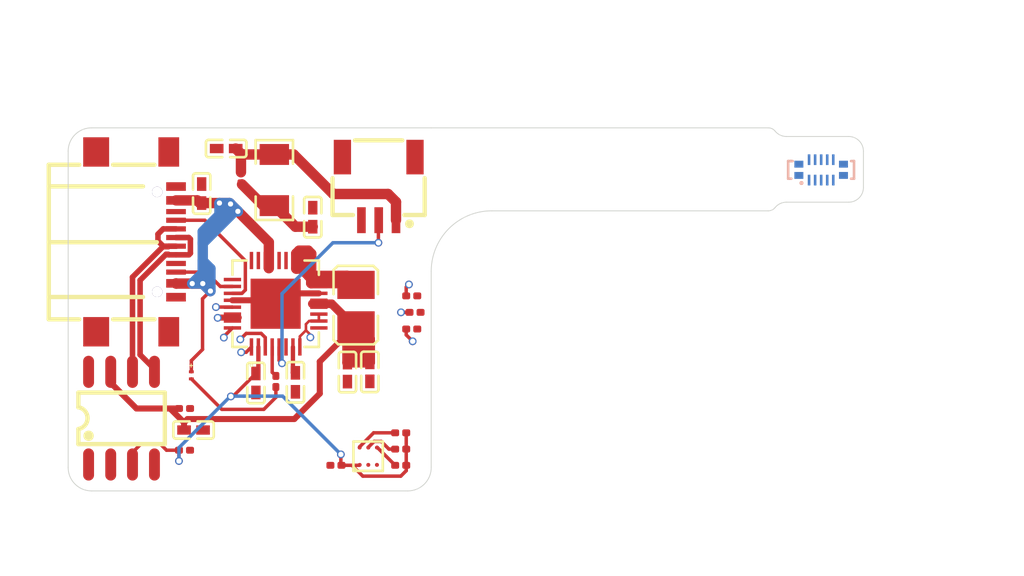
<source format=kicad_pcb>
(kicad_pcb (version 20241229) (generator "pcbnew") (generator_version "9.0")
  (layers (0 "F.Cu" signal) (2 "B.Cu" signal) (13 "F.Paste" user) (15 "B.Paste" user) (5 "F.SilkS" user "F.Silkscreen") (7 "B.SilkS" user "B.Silkscreen") (1 "F.Mask" user) (3 "B.Mask" user) (25 "Edge.Cuts" user))
  (net 0 "")
  (net 1 "+1V8")
  (net 2 "VLOAD")
  (net 3 "VBUS")
  (net 4 "BAT_VCC")
  (net 5 "Net-(U2-BATSENSP)")
  (net 6 "Net-(L1-Pad2)")
  (net 7 "Net-(LED1-K)")
  (net 8 "Net-(U2-CHGLED)")
  (net 9 "USB_DP")
  (net 11 "USB_DN")
  (net 12 "RX")
  (net 13 "TX")
  (net 14 "CHG_SDA")
  (net 17 "BAT_TS")
  (net 18 "CHG_IRQ")
  (net 19 "CC1")
  (net 20 "CC2")
  (net 22 "CHG_SCL")
  (net 26 "CHG_OTG")
  (net 27 "GND")
  (net 28 "HTS_SDA")
  (net 29 "HTS_SCL")
  (net 30 "HTS_IRQ")
  (net 31 "CHG_PG")
  (footprint "Resistor_SMD:R_0201_0603Metric" (layer "F.Cu") (at 145.7579 46.7081 90)
    (property "Reference" "R1" (hide yes))
    (property "Value" "CRCW02014K70FKED")
    (pad "1" smd roundrect (at -0.32 0 90) (size 0.46 0.4) (layers "F.Cu" "F.Mask") (net 7 "Net-(LED1-K)"))
    (pad "2" smd roundrect (at 0.32 0 90) (size 0.46 0.4) (layers "F.Cu" "F.Mask") (net 8 "Net-(U2-CHGLED)"))
  )
  (footprint "easyeda2kicad:DSBGA-6_L1.5-W1.5-P0.50-BL" (layer "F.Cu") (at 151.1046 51.0333)
    (property "Reference" "U4" (hide yes))
    (property "Value" "HDC2010YPAR")
    (pad "A1" smd circle (at -0.5 0.5 90) (size 0.23 0.23) (layers "F.Cu" "F.Mask" "F.Paste") (net 1 "+1V8"))
    (pad "A2" smd circle (at -0.5 -0.5 90) (size 0.23 0.23) (layers "F.Cu" "F.Mask" "F.Paste") (net 28 "HTS_SDA"))
    (pad "B1" smd circle (at 0 0.5 90) (size 0.23 0.23) (layers "F.Cu" "F.Mask" "F.Paste") (net 27 "GND"))
    (pad "B2" smd circle (at 0 -0.5 90) (size 0.23 0.23) (layers "F.Cu" "F.Mask" "F.Paste") (net 29 "HTS_SCL"))
    (pad "C1" smd circle (at 0.5 0.5 90) (size 0.23 0.23) (layers "F.Cu" "F.Mask" "F.Paste") (net 27 "GND"))
    (pad "C2" smd circle (at 0.5 -0.5 90) (size 0.23 0.23) (layers "F.Cu" "F.Mask" "F.Paste") (net 30 "HTS_IRQ"))
  )
  (footprint "Capacitor_SMD:C_0201_0603Metric" (layer "F.Cu") (at 140.4745 48.2725 180)
    (property "Reference" "C7" (hide yes))
    (property "Value" "CL03A105MQ3CSNH")
    (pad "1" smd roundrect (at -0.32 0 180) (size 0.46 0.4) (layers "F.Cu" "F.Mask") (net 27 "GND"))
    (pad "2" smd roundrect (at 0.32 0 180) (size 0.46 0.4) (layers "F.Cu" "F.Mask") (net 2 "VLOAD"))
  )
  (footprint "easyeda2kicad:C0402" (layer "F.Cu") (at 144.6022 46.7956 -90)
    (property "Reference" "C4" (hide yes))
    (property "Value" "CL05A106MP5NUNC_C315248")
    (pad "1" smd rect (at -0.55 0 270) (size 0.79 0.54) (layers "F.Cu" "F.Mask" "F.Paste") (net 1 "+1V8"))
    (pad "2" smd rect (at 0.55 0 270) (size 0.79 0.54) (layers "F.Cu" "F.Mask" "F.Paste") (net 27 "GND"))
  )
  (footprint "easyeda2kicad:C0402" (layer "F.Cu") (at 151.1935 46.1534 90)
    (property "Reference" "C1" (hide yes))
    (property "Value" "GRM155R60J226ME11D")
    (pad "1" smd rect (at -0.55 0 90) (size 0.79 0.54) (layers "F.Cu" "F.Mask" "F.Paste") (net 27 "GND"))
    (pad "2" smd rect (at 0.55 0 90) (size 0.79 0.54) (layers "F.Cu" "F.Mask" "F.Paste") (net 2 "VLOAD"))
  )
  (footprint "easyeda2kicad:C0402" (layer "F.Cu") (at 149.8981 46.1661 90)
    (property "Reference" "C2" (hide yes))
    (property "Value" "GRM155R60J226ME11D")
    (pad "1" smd rect (at -0.55 0 90) (size 0.79 0.54) (layers "F.Cu" "F.Mask" "F.Paste") (net 27 "GND"))
    (pad "2" smd rect (at 0.55 0 90) (size 0.79 0.54) (layers "F.Cu" "F.Mask" "F.Paste") (net 2 "VLOAD"))
  )
  (footprint "easyeda2kicad:CONN-SMD_3P-P1.0-HC-1.0-3PWT" (layer "F.Cu") (at 151.7065 35.5597 180)
    (property "Reference" "J1" (hide yes))
    (property "Value" "HC-1.0-3PWT")
    (pad "1" smd rect (at -1 -1.82 180) (size 0.5 1.5) (layers "F.Cu" "F.Mask" "F.Paste") (net 4 "BAT_VCC"))
    (pad "2" smd rect (at 0 -1.82 180) (size 0.5 1.5) (layers "F.Cu" "F.Mask" "F.Paste") (net 17 "BAT_TS"))
    (pad "3" smd rect (at 1 -1.82 180) (size 0.5 1.5) (layers "F.Cu" "F.Mask" "F.Paste") (net 27 "GND"))
    (pad "4" smd rect (at -2.1 1.83 180) (size 1 2) (layers "F.Cu" "F.Mask" "F.Paste") (net 27 "GND"))
    (pad "5" smd rect (at 2.1 1.83 180) (size 1 2) (layers "F.Cu" "F.Mask" "F.Paste") (net 27 "GND"))
  )
  (footprint "Resistor_SMD:R_0201_0603Metric" (layer "F.Cu") (at 153.6167 43.6753)
    (property "Reference" "R3" (hide yes))
    (property "Value" "CRCW02014K70FKED")
    (pad "1" smd roundrect (at -0.32 0) (size 0.46 0.4) (layers "F.Cu" "F.Mask") (net 14 "CHG_SDA"))
    (pad "2" smd roundrect (at 0.32 0) (size 0.46 0.4) (layers "F.Cu" "F.Mask") (net 1 "+1V8"))
  )
  (footprint "easyeda2kicad:SOP-8_L4.9-W3.9-P1.27-LS6.0-BL" (layer "F.Cu") (at 136.8348 48.8312)
    (property "Reference" "U1" (hide yes))
    (property "Value" "HT42B534-2")
    (pad "1" smd oval (at -1.91 2.68) (size 0.63 1.86) (layers "F.Cu" "F.Mask" "F.Paste") (net 27 "GND"))
    (pad "2" smd oval (at -0.63 2.68) (size 0.63 1.86) (layers "F.Cu" "F.Mask" "F.Paste") (net 13 "TX"))
    (pad "3" smd oval (at 0.63 2.68) (size 0.63 1.86) (layers "F.Cu" "F.Mask" "F.Paste") (net 1 "+1V8"))
    (pad "4" smd oval (at 1.9 2.68) (size 0.63 1.86) (layers "F.Cu" "F.Mask" "F.Paste") (net 12 "RX"))
    (pad "5" smd oval (at 1.9 -2.68) (size 0.63 1.86) (layers "F.Cu" "F.Mask" "F.Paste") (net 9 "USB_DP"))
    (pad "6" smd oval (at 0.63 -2.68) (size 0.63 1.86) (layers "F.Cu" "F.Mask" "F.Paste") (net 11 "USB_DN"))
    (pad "7" smd oval (at -0.63 -2.68) (size 0.63 1.86) (layers "F.Cu" "F.Mask" "F.Paste") (net 2 "VLOAD"))
    (pad "8" smd oval (at -1.91 -2.68) (size 0.63 1.86) (layers "F.Cu" "F.Mask" "F.Paste"))
  )
  (footprint "easyeda2kicad:C0402" (layer "F.Cu") (at 142.8838 33.2359 180)
    (property "Reference" "C11" (hide yes))
    (property "Value" "CL05A106MP5NUNC_C315248")
    (pad "1" smd rect (at -0.55 0 180) (size 0.79 0.54) (layers "F.Cu" "F.Mask" "F.Paste") (net 4 "BAT_VCC"))
    (pad "2" smd rect (at 0.55 0 180) (size 0.79 0.54) (layers "F.Cu" "F.Mask" "F.Paste") (net 27 "GND"))
  )
  (footprint "Capacitor_SMD:C_0201_0603Metric" (layer "F.Cu") (at 140.4722 50.6857 180)
    (property "Reference" "C6" (hide yes))
    (property "Value" "CL03A105MQ3CSNH")
    (pad "1" smd roundrect (at -0.32 0 180) (size 0.46 0.4) (layers "F.Cu" "F.Mask") (net 27 "GND"))
    (pad "2" smd roundrect (at 0.32 0 180) (size 0.46 0.4) (layers "F.Cu" "F.Mask") (net 1 "+1V8"))
  )
  (footprint "easyeda2kicad:C0402" (layer "F.Cu") (at 140.9966 49.5171 180)
    (property "Reference" "C5" (hide yes))
    (property "Value" "CL05A106MP5NUNC_C315248")
    (pad "1" smd rect (at -0.55 0 180) (size 0.79 0.54) (layers "F.Cu" "F.Mask" "F.Paste") (net 27 "GND"))
    (pad "2" smd rect (at 0.55 0 180) (size 0.79 0.54) (layers "F.Cu" "F.Mask" "F.Paste") (net 2 "VLOAD"))
  )
  (footprint "Resistor_SMD:R_0201_0603Metric" (layer "F.Cu") (at 152.9783 49.6791)
    (property "Reference" "R6" (hide yes))
    (property "Value" "CRCW02014K70FKED")
    (pad "1" smd roundrect (at -0.32 0) (size 0.46 0.4) (layers "F.Cu" "F.Mask") (net 28 "HTS_SDA"))
    (pad "2" smd roundrect (at 0.32 0) (size 0.46 0.4) (layers "F.Cu" "F.Mask") (net 1 "+1V8"))
  )
  (footprint "Resistor_SMD:R_0201_0603Metric" (layer "F.Cu") (at 153.8072 42.7101)
    (property "Reference" "R4" (hide yes))
    (property "Value" "CRCW02014K70FKED")
    (pad "1" smd roundrect (at -0.32 0) (size 0.46 0.4) (layers "F.Cu" "F.Mask") (net 22 "CHG_SCL"))
    (pad "2" smd roundrect (at 0.32 0) (size 0.46 0.4) (layers "F.Cu" "F.Mask") (net 1 "+1V8"))
  )
  (footprint "easyeda2kicad:USB-TYPE-C-SMD_TYPE-C-16P-QTWT" (layer "F.Cu") (at 137.6725 38.6334 -90)
    (property "Reference" "USB1" (hide yes))
    (property "Value" "TYPE-C 16P QTWT")
    (pad "" thru_hole circle (at -2.89 -1.22 270) (size 0.6 0.6) (drill 0.6) (layers "*.Cu" "*.Mask"))
    (pad "" thru_hole circle (at 2.89 -1.22 270) (size 0.6 0.6) (drill 0.6) (layers "*.Cu" "*.Mask"))
    (pad "0" smd rect (at -5.2 -1.89 270) (size 1.7 1.2) (layers "F.Cu" "F.Mask" "F.Paste") (net 27 "GND"))
    (pad "0" smd rect (at -5.2 2.31 270) (size 1.7 1.5) (layers "F.Cu" "F.Mask" "F.Paste") (net 27 "GND"))
    (pad "0" smd rect (at 5.2 -1.89 270) (size 1.7 1.2) (layers "F.Cu" "F.Mask" "F.Paste") (net 27 "GND"))
    (pad "0" smd rect (at 5.2 2.31 270) (size 1.7 1.5) (layers "F.Cu" "F.Mask" "F.Paste") (net 27 "GND"))
    (pad "A1" smd rect (at -3.2 -2.31 270) (size 0.5 1.14) (layers "F.Cu" "F.Mask" "F.Paste") (net 27 "GND"))
    (pad "A4" smd rect (at -2.4 -2.31 270) (size 0.5 1.14) (layers "F.Cu" "F.Mask" "F.Paste") (net 3 "VBUS"))
    (pad "A5" smd rect (at -1.25 -2.31 270) (size 0.3 1.14) (layers "F.Cu" "F.Mask" "F.Paste") (net 20 "CC2"))
    (pad "A6" smd rect (at -0.25 -2.31 270) (size 0.3 1.14) (layers "F.Cu" "F.Mask" "F.Paste") (net 9 "USB_DP"))
    (pad "A7" smd rect (at 0.25 -2.31 270) (size 0.3 1.14) (layers "F.Cu" "F.Mask" "F.Paste") (net 11 "USB_DN"))
    (pad "A8" smd rect (at 1.25 -2.31 270) (size 0.3 1.14) (layers "F.Cu" "F.Mask" "F.Paste"))
    (pad "A9" smd rect (at 2.4 -2.31 270) (size 0.5 1.14) (layers "F.Cu" "F.Mask" "F.Paste") (net 3 "VBUS"))
    (pad "A12" smd rect (at 3.2 -2.31 270) (size 0.5 1.14) (layers "F.Cu" "F.Mask" "F.Paste") (net 27 "GND"))
    (pad "B5" smd rect (at 1.75 -2.31 270) (size 0.3 1.14) (layers "F.Cu" "F.Mask" "F.Paste") (net 19 "CC1"))
    (pad "B6" smd rect (at 0.75 -2.31 270) (size 0.3 1.14) (layers "F.Cu" "F.Mask" "F.Paste") (net 9 "USB_DP"))
    (pad "B7" smd rect (at -0.75 -2.31 270) (size 0.3 1.14) (layers "F.Cu" "F.Mask" "F.Paste") (net 11 "USB_DN"))
    (pad "B8" smd rect (at -1.75 -2.31 270) (size 0.3 1.14) (layers "F.Cu" "F.Mask" "F.Paste"))
  )
  (footprint "Resistor_SMD:R_0201_0603Metric" (layer "F.Cu") (at 153.6167 41.7576)
    (property "Reference" "R5" (hide yes))
    (property "Value" "CRCW02014K70FKED")
    (pad "1" smd roundrect (at -0.32 0) (size 0.46 0.4) (layers "F.Cu" "F.Mask") (net 18 "CHG_IRQ"))
    (pad "2" smd roundrect (at 0.32 0) (size 0.46 0.4) (layers "F.Cu" "F.Mask") (net 1 "+1V8"))
  )
  (footprint "easyeda2kicad:C0402" (layer "F.Cu") (at 141.4653 35.8394 -90)
    (property "Reference" "C3" (hide yes))
    (property "Value" "CL05A106MP5NUNC_C315248")
    (pad "1" smd rect (at -0.55 0 270) (size 0.79 0.54) (layers "F.Cu" "F.Mask" "F.Paste") (net 27 "GND"))
    (pad "2" smd rect (at 0.55 0 270) (size 0.79 0.54) (layers "F.Cu" "F.Mask" "F.Paste") (net 3 "VBUS"))
  )
  (footprint "easyeda2kicad:C0402" (layer "F.Cu") (at 147.8915 37.2071 90)
    (property "Reference" "C10" (hide yes))
    (property "Value" "CL05A106MP5NUNC_C315248")
    (pad "1" smd rect (at -0.55 0 90) (size 0.79 0.54) (layers "F.Cu" "F.Mask" "F.Paste") (net 5 "Net-(U2-BATSENSP)"))
    (pad "2" smd rect (at 0.55 0 90) (size 0.79 0.54) (layers "F.Cu" "F.Mask" "F.Paste") (net 27 "GND"))
  )
  (footprint "easyeda2kicad:LED-SMD_L0.65-W0.35-P0.41_XL-0201SURC" (layer "F.Cu") (at 140.8684 46.3582 90)
    (property "Reference" "LED1" (hide yes))
    (property "Value" "XL-0201SURC")
    (pad "1" smd rect (at 0.21 0 180) (size 0.28 0.17) (layers "F.Cu" "F.Mask" "F.Paste") (net 3 "VBUS"))
    (pad "2" smd rect (at -0.2 0) (size 0.28 0.17) (layers "F.Cu" "F.Mask" "F.Paste") (net 7 "Net-(LED1-K)"))
  )
  (footprint "easyeda2kicad:L1008" (layer "F.Cu") (at 150.3934 42.2926 90)
    (property "Reference" "L1" (hide yes))
    (property "Value" "FTC252012S1R0MBCD")
    (pad "1" smd rect (at -1.17 0 90) (size 1.63 2.16) (layers "F.Cu" "F.Mask" "F.Paste") (net 2 "VLOAD"))
    (pad "2" smd rect (at 1.17 0 90) (size 1.63 2.16) (layers "F.Cu" "F.Mask" "F.Paste") (net 6 "Net-(L1-Pad2)"))
  )
  (footprint "easyeda2kicad:QFN-32_L5.0-W5.0-P0.40-TL-EP2.9" (layer "F.Cu") (at 145.7452 42.2125 90)
    (property "Reference" "U2" (hide yes))
    (property "Value" "AXP2585")
    (pad "1" smd rect (at -2.5 -1.4 90) (size 1 0.2) (layers "F.Cu" "F.Mask" "F.Paste") (net 14 "CHG_SDA"))
    (pad "2" smd rect (at -2.5 -1 90) (size 1 0.2) (layers "F.Cu" "F.Mask" "F.Paste") (net 1 "+1V8"))
    (pad "3" smd rect (at -2.5 -0.6 90) (size 1 0.2) (layers "F.Cu" "F.Mask" "F.Paste") (net 26 "CHG_OTG"))
    (pad "4" smd rect (at -2.5 -0.2 90) (size 1 0.2) (layers "F.Cu" "F.Mask" "F.Paste") (net 8 "Net-(U2-CHGLED)"))
    (pad "5" smd rect (at -2.5 0.2 90) (size 1 0.2) (layers "F.Cu" "F.Mask" "F.Paste") (net 17 "BAT_TS"))
    (pad "6" smd rect (at -2.5 0.6 90) (size 1 0.2) (layers "F.Cu" "F.Mask" "F.Paste"))
    (pad "7" smd rect (at -2.5 1 90) (size 1 0.2) (layers "F.Cu" "F.Mask" "F.Paste") (net 4 "BAT_VCC"))
    (pad "8" smd rect (at -2.5 1.4 90) (size 1 0.2) (layers "F.Cu" "F.Mask" "F.Paste") (net 5 "Net-(U2-BATSENSP)"))
    (pad "9" smd rect (at -1.4 2.5 90) (size 0.2 1) (layers "F.Cu" "F.Mask" "F.Paste") (net 27 "GND"))
    (pad "10" smd rect (at -1 2.5 90) (size 0.2 1) (layers "F.Cu" "F.Mask" "F.Paste") (net 5 "Net-(U2-BATSENSP)"))
    (pad "11" smd rect (at -0.6 2.5 90) (size 0.2 1) (layers "F.Cu" "F.Mask" "F.Paste") (net 5 "Net-(U2-BATSENSP)"))
    (pad "12" smd rect (at -0.2 2.5 90) (size 0.2 1) (layers "F.Cu" "F.Mask" "F.Paste") (net 2 "VLOAD"))
    (pad "13" smd rect (at 0.2 2.5 90) (size 0.2 1) (layers "F.Cu" "F.Mask" "F.Paste") (net 2 "VLOAD"))
    (pad "14" smd rect (at 0.6 2.5 90) (size 0.2 1) (layers "F.Cu" "F.Mask" "F.Paste") (net 27 "GND"))
    (pad "15" smd rect (at 1 2.5 90) (size 0.2 1) (layers "F.Cu" "F.Mask" "F.Paste") (net 6 "Net-(L1-Pad2)"))
    (pad "16" smd rect (at 1.4 2.5 90) (size 0.2 1) (layers "F.Cu" "F.Mask" "F.Paste") (net 6 "Net-(L1-Pad2)"))
    (pad "17" smd rect (at 2.5 1.4 90) (size 1 0.2) (layers "F.Cu" "F.Mask" "F.Paste") (net 6 "Net-(L1-Pad2)"))
    (pad "18" smd rect (at 2.5 1 90) (size 1 0.2) (layers "F.Cu" "F.Mask" "F.Paste") (net 6 "Net-(L1-Pad2)"))
    (pad "19" smd rect (at 2.5 0.6 90) (size 1 0.2) (layers "F.Cu" "F.Mask" "F.Paste"))
    (pad "20" smd rect (at 2.5 0.2 90) (size 1 0.2) (layers "F.Cu" "F.Mask" "F.Paste"))
    (pad "21" smd rect (at 2.5 -0.2 90) (size 1 0.2) (layers "F.Cu" "F.Mask" "F.Paste") (net 3 "VBUS"))
    (pad "22" smd rect (at 2.5 -0.6 90) (size 1 0.2) (layers "F.Cu" "F.Mask" "F.Paste") (net 3 "VBUS"))
    (pad "23" smd rect (at 2.5 -1 90) (size 1 0.2) (layers "F.Cu" "F.Mask" "F.Paste"))
    (pad "24" smd rect (at 2.5 -1.4 90) (size 1 0.2) (layers "F.Cu" "F.Mask" "F.Paste"))
    (pad "25" smd rect (at 1.4 -2.5 90) (size 0.2 1) (layers "F.Cu" "F.Mask" "F.Paste"))
    (pad "26" smd rect (at 1 -2.5 90) (size 0.2 1) (layers "F.Cu" "F.Mask" "F.Paste") (net 19 "CC1"))
    (pad "27" smd rect (at 0.6 -2.5 90) (size 0.2 1) (layers "F.Cu" "F.Mask" "F.Paste") (net 20 "CC2"))
    (pad "28" smd rect (at 0.2 -2.5 90) (size 0.2 1) (layers "F.Cu" "F.Mask" "F.Paste") (net 27 "GND"))
    (pad "29" smd rect (at -0.2 -2.5 90) (size 0.2 1) (layers "F.Cu" "F.Mask" "F.Paste") (net 18 "CHG_IRQ"))
    (pad "30" smd rect (at -0.6 -2.5 90) (size 0.2 1) (layers "F.Cu" "F.Mask" "F.Paste") (net 31 "CHG_PG"))
    (pad "31" smd rect (at -1 -2.5 90) (size 0.2 1) (layers "F.Cu" "F.Mask" "F.Paste") (net 31 "CHG_PG"))
    (pad "32" smd rect (at -1.4 -2.5 90) (size 0.2 1) (layers "F.Cu" "F.Mask" "F.Paste") (net 22 "CHG_SCL"))
    (pad "33" smd rect (at 0 0 90) (size 2.9 2.9) (layers "F.Cu" "F.Mask" "F.Paste") (net 27 "GND"))
  )
  (footprint "Resistor_SMD:R_0201_0603Metric" (layer "F.Cu") (at 152.9787 51.5587)
    (property "Reference" "R8" (hide yes))
    (property "Value" "CRCW02014K70FKED")
    (pad "1" smd roundrect (at -0.32 0) (size 0.46 0.4) (layers "F.Cu" "F.Mask") (net 30 "HTS_IRQ"))
    (pad "2" smd roundrect (at 0.32 0) (size 0.46 0.4) (layers "F.Cu" "F.Mask") (net 1 "+1V8"))
  )
  (footprint "Capacitor_SMD:C_0201_0603Metric" (layer "F.Cu") (at 143.7386 34.9275 90)
    (property "Reference" "C9" (hide yes))
    (property "Value" "CL03A105MQ3CSNH")
    (pad "1" smd roundrect (at -0.32 0 90) (size 0.46 0.4) (layers "F.Cu" "F.Mask") (net 5 "Net-(U2-BATSENSP)"))
    (pad "2" smd roundrect (at 0.32 0 90) (size 0.46 0.4) (layers "F.Cu" "F.Mask") (net 4 "BAT_VCC"))
  )
  (footprint "easyeda2kicad:R1206" (layer "F.Cu") (at 145.669 35.0579 90)
    (property "Reference" "R2" (hide yes))
    (property "Value" "FRM121WFR100TM")
    (pad "1" smd rect (at -1.48 0 90) (size 1.21 1.7) (layers "F.Cu" "F.Mask" "F.Paste") (net 5 "Net-(U2-BATSENSP)"))
    (pad "2" smd rect (at 1.48 0 90) (size 1.21 1.7) (layers "F.Cu" "F.Mask" "F.Paste") (net 4 "BAT_VCC"))
  )
  (footprint "Resistor_SMD:R_0201_0603Metric" (layer "F.Cu") (at 152.9776 50.6214)
    (property "Reference" "R7" (hide yes))
    (property "Value" "CRCW02014K70FKED")
    (pad "1" smd roundrect (at -0.32 0) (size 0.46 0.4) (layers "F.Cu" "F.Mask") (net 29 "HTS_SCL"))
    (pad "2" smd roundrect (at 0.32 0) (size 0.46 0.4) (layers "F.Cu" "F.Mask") (net 1 "+1V8"))
  )
  (footprint "easyeda2kicad:C0402" (layer "F.Cu") (at 146.8882 46.7575 90)
    (property "Reference" "C8" (hide yes))
    (property "Value" "CL05A106MP5NUNC_C315248")
    (pad "1" smd rect (at -0.55 0 90) (size 0.79 0.54) (layers "F.Cu" "F.Mask" "F.Paste") (net 27 "GND"))
    (pad "2" smd rect (at 0.55 0 90) (size 0.79 0.54) (layers "F.Cu" "F.Mask" "F.Paste") (net 4 "BAT_VCC"))
  )
  (footprint "Capacitor_SMD:C_0201_0603Metric" (layer "F.Cu") (at 149.2322 51.5587 180)
    (property "Reference" "C12" (hide yes))
    (property "Value" "CL03A105MQ3CSNH")
    (pad "1" smd roundrect (at -0.32 0 180) (size 0.46 0.4) (layers "F.Cu" "F.Mask") (net 1 "+1V8"))
    (pad "2" smd roundrect (at 0.32 0 180) (size 0.46 0.4) (layers "F.Cu" "F.Mask") (net 27 "GND"))
  )
  (footprint "easyeda2kicad:CONN-SMD_BM28B0.6-10DP-2-0.35V-51" (layer "B.Cu") (at 177.3 34.4702 180)
    (property "Reference" "J2" (hide yes))
    (property "Value" "BM28B0.6-10DP/2-0.35V(51)")
    (pad "1" smd rect (at 0.7 -0.59 180) (size 0.15 0.62) (layers "B.Cu" "B.Mask" "B.Paste"))
    (pad "2" smd rect (at 0.35 -0.59 180) (size 0.15 0.62) (layers "B.Cu" "B.Mask" "B.Paste"))
    (pad "3" smd rect (at 0 -0.59 180) (size 0.15 0.62) (layers "B.Cu" "B.Mask" "B.Paste"))
    (pad "4" smd rect (at -0.35 -0.59 180) (size 0.15 0.62) (layers "B.Cu" "B.Mask" "B.Paste"))
    (pad "5" smd rect (at -0.7 -0.59 180) (size 0.15 0.62) (layers "B.Cu" "B.Mask" "B.Paste"))
    (pad "6" smd rect (at -0.7 0.59) (size 0.15 0.62) (layers "B.Cu" "B.Mask" "B.Paste"))
    (pad "7" smd rect (at -0.35 0.59) (size 0.15 0.62) (layers "B.Cu" "B.Mask" "B.Paste"))
    (pad "8" smd rect (at 0 0.59) (size 0.15 0.62) (layers "B.Cu" "B.Mask" "B.Paste"))
    (pad "9" smd rect (at 0.35 0.59) (size 0.15 0.62) (layers "B.Cu" "B.Mask" "B.Paste"))
    (pad "10" smd rect (at 0.7 0.59) (size 0.15 0.62) (layers "B.Cu" "B.Mask" "B.Paste"))
    (pad "11" smd rect (at -1.29 0.33 180) (size 0.52 0.4) (layers "B.Cu" "B.Mask" "B.Paste"))
    (pad "12" smd rect (at -1.29 -0.32 180) (size 0.52 0.4) (layers "B.Cu" "B.Mask" "B.Paste"))
    (pad "13" smd rect (at 1.29 -0.32 180) (size 0.52 0.4) (layers "B.Cu" "B.Mask" "B.Paste"))
    (pad "14" smd rect (at 1.29 0.33 180) (size 0.52 0.4) (layers "B.Cu" "B.Mask" "B.Paste"))
  )
  (gr_line (start 153.393699 53.0383) (end 135.0937 53.0383) (stroke (width 0.05)) (layer "Edge.Cuts"))
  (gr_arc (start 133.7437 33.3883) (mid 134.139106 32.433706) (end 135.0937 32.0383) (stroke (width 0.05)) (layer "Edge.Cuts"))
  (gr_line (start 179.7437 33.388299) (end 179.7437 35.488301) (stroke (width 0.05)) (layer "Edge.Cuts"))
  (gr_arc (start 179.7437 35.488301) (mid 179.494741 36.089341) (end 178.893701 36.3383) (stroke (width 0.05)) (layer "Edge.Cuts"))
  (gr_arc (start 174.243699 32.0383) (mid 174.458865 32.086965) (end 174.632148 32.223485) (stroke (width 0.05)) (layer "Edge.Cuts"))
  (gr_arc (start 174.632148 36.653115) (mid 174.926727 36.42103) (end 175.292509 36.3383) (stroke (width 0.05)) (layer "Edge.Cuts"))
  (gr_arc (start 154.7437 40.338299) (mid 155.768826 37.863426) (end 158.243699 36.8383) (stroke (width 0.05)) (layer "Edge.Cuts"))
  (gr_line (start 154.7437 32.0383) (end 174.243699 32.0383) (stroke (width 0.05)) (layer "Edge.Cuts"))
  (gr_arc (start 135.0937 53.0383) (mid 134.139106 52.642894) (end 133.7437 51.6883) (stroke (width 0.05)) (layer "Edge.Cuts"))
  (gr_line (start 154.7437 32.0383) (end 135.0937 32.0383) (stroke (width 0.05)) (layer "Edge.Cuts"))
  (gr_line (start 158.243699 36.8383) (end 174.243698 36.8383) (stroke (width 0.05)) (layer "Edge.Cuts"))
  (gr_arc (start 174.632148 36.653115) (mid 174.458865 36.789636) (end 174.243698 36.8383) (stroke (width 0.05)) (layer "Edge.Cuts"))
  (gr_line (start 175.292508 32.5383) (end 178.893702 32.5383) (stroke (width 0.05)) (layer "Edge.Cuts"))
  (gr_line (start 133.7437 33.3883) (end 133.7437 51.6883) (stroke (width 0.05)) (layer "Edge.Cuts"))
  (gr_line (start 154.7437 40.338299) (end 154.7437 51.688298) (stroke (width 0.05)) (layer "Edge.Cuts"))
  (gr_line (start 175.292509 36.3383) (end 178.893701 36.3383) (stroke (width 0.05)) (layer "Edge.Cuts"))
  (gr_arc (start 154.7437 51.688298) (mid 154.348294 52.642894) (end 153.393699 53.0383) (stroke (width 0.05)) (layer "Edge.Cuts"))
  (gr_arc (start 175.292508 32.5383) (mid 174.926727 32.45557) (end 174.632148 32.223485) (stroke (width 0.05)) (layer "Edge.Cuts"))
  (gr_arc (start 178.893702 32.5383) (mid 179.494741 32.787259) (end 179.7437 33.388299) (stroke (width 0.05)) (layer "Edge.Cuts"))
  (segment (start 153.2983 51.5583) (end 153.2987 51.5587) (width 0.2) (layer "F.Cu") (net 1))
  (segment (start 149.5522 51.5587) (end 150.1775 51.5587) (width 0.2) (layer "F.Cu") (net 1))
  (segment (start 143.2736 47.5742) (end 144.6022 46.2456) (width 0.2) (layer "F.Cu") (net 1))
  (segment (start 150.7871 52.1843) (end 152.9842 52.1843) (width 0.2) (layer "F.Cu") (net 1))
  (segment (start 137.4648 51.5112) (end 137.4648 50.8127) (width 0.2) (layer "F.Cu") (net 1))
  (segment (start 137.9601 50.3174) (end 139.065 50.3174) (width 0.2) (layer "F.Cu") (net 1))
  (segment (start 150.5792 51.5587) (end 150.6046 51.5333) (width 0.2) (layer "F.Cu") (net 1))
  (segment (start 152.9842 52.1843) (end 153.2987 51.8698) (width 0.2) (layer "F.Cu") (net 1))
  (segment (start 149.5171 50.927) (end 149.5171 51.5236) (width 0.2) (layer "F.Cu") (net 1))
  (segment (start 153.2983 49.6791) (end 153.2983 51.5583) (width 0.2) (layer "F.Cu") (net 1))
  (segment (start 150.1775 51.5747) (end 150.7871 52.1843) (width 0.2) (layer "F.Cu") (net 1))
  (segment (start 144.7452 46.1993) (end 144.7419 46.2026) (width 0.15) (layer "F.Cu") (net 1))
  (segment (start 150.1775 51.5587) (end 150.1775 51.5747) (width 0.2) (layer "F.Cu") (net 1))
  (segment (start 144.7452 44.7125) (end 144.7452 46.1993) (width 0.25) (layer "F.Cu") (net 1))
  (segment (start 153.2987 51.8698) (end 153.2987 51.5587) (width 0.2) (layer "F.Cu") (net 1))
  (segment (start 149.5171 51.5236) (end 149.5522 51.5587) (width 0.2) (layer "F.Cu") (net 1))
  (segment (start 139.4333 50.6857) (end 140.1522 50.6857) (width 0.2) (layer "F.Cu") (net 1))
  (segment (start 150.1775 51.5587) (end 150.5792 51.5587) (width 0.2) (layer "F.Cu") (net 1))
  (segment (start 137.4648 50.8127) (end 137.9601 50.3174) (width 0.2) (layer "F.Cu") (net 1))
  (segment (start 143.1544 47.5742) (end 143.2736 47.5742) (width 0.2) (layer "F.Cu") (net 1))
  (segment (start 140.1522 51.308) (end 140.1522 50.6857) (width 0.2) (layer "F.Cu") (net 1))
  (segment (start 139.065 50.3174) (end 139.4333 50.6857) (width 0.2) (layer "F.Cu") (net 1))
  (via (at 149.5171 50.927) (size 0.45) (drill 0.3) (layers "F.Cu" "B.Cu") (net 1))
  (via (at 140.1522 51.308) (size 0.45) (drill 0.3) (layers "F.Cu" "B.Cu") (net 1))
  (via (at 143.1544 47.5742) (size 0.45) (drill 0.3) (layers "F.Cu" "B.Cu") (net 1))
  (segment (start 143.1544 47.5742) (end 143.1367 47.5565) (width 0.2) (layer "B.Cu") (net 1))
  (segment (start 143.1367 47.5565) (end 140.1522 50.541) (width 0.2) (layer "B.Cu") (net 1))
  (segment (start 146.1466 47.5565) (end 149.5171 50.927) (width 0.2) (layer "B.Cu") (net 1))
  (segment (start 140.1522 50.541) (end 140.1522 51.308) (width 0.2) (layer "B.Cu") (net 1))
  (segment (start 143.1367 47.5565) (end 143.9037 47.5565) (width 0.2) (layer "B.Cu") (net 1))
  (segment (start 143.9037 47.5565) (end 146.1466 47.5565) (width 0.2) (layer "B.Cu") (net 1))
  (segment (start 148.2979 47.4091) (end 148.2979 45.5581) (width 0.35) (layer "F.Cu") (net 2))
  (segment (start 150.4569 45.6034) (end 149.9108 45.6034) (width 0.6) (layer "F.Cu") (net 2))
  (segment (start 150.2315 43.4626) (end 148.9837 42.2148) (width 0.5) (layer "F.Cu") (net 2))
  (segment (start 150.3934 43.4626) (end 150.2696 43.4626) (width 0.6) (layer "F.Cu") (net 2))
  (segment (start 140.4466 49.0826) (end 140.6469 48.8823) (width 0.35) (layer "F.Cu") (net 2))
  (segment (start 150.8506 45.6034) (end 150.4569 45.6034) (width 0.6) (layer "F.Cu") (net 2))
  (segment (start 150.4569 45.3009) (end 150.3934 45.2374) (width 0.6) (layer "F.Cu") (net 2))
  (segment (start 150.3934 45.2374) (end 150.3934 43.4626) (width 0.6) (layer "F.Cu") (net 2))
  (segment (start 151.1935 45.6034) (end 151.1935 44.2627) (width 0.6) (layer "F.Cu") (net 2))
  (segment (start 151.1935 44.2627) (end 150.3934 43.4626) (width 0.6) (layer "F.Cu") (net 2))
  (segment (start 149.9108 45.6034) (end 149.8981 45.6161) (width 0.6) (layer "F.Cu") (net 2))
  (segment (start 150.8506 45.6034) (end 150.8506 44.0055) (width 0.6) (layer "F.Cu") (net 2))
  (segment (start 151.1935 45.6034) (end 150.8506 45.6034) (width 0.6) (layer "F.Cu") (net 2))
  (segment (start 140.6469 48.8823) (end 146.8247 48.8823) (width 0.35) (layer "F.Cu") (net 2))
  (segment (start 149.8981 45.6161) (end 149.8981 43.9579) (width 0.6) (layer "F.Cu") (net 2))
  (segment (start 136.2048 46.7841) (end 137.6932 48.2725) (width 0.35) (layer "F.Cu") (net 2))
  (segment (start 148.2979 45.5581) (end 150.3934 43.4626) (width 0.35) (layer "F.Cu") (net 2))
  (segment (start 148.9837 42.2148) (end 147.8661 42.2148) (width 0.5) (layer "F.Cu") (net 2))
  (segment (start 137.6932 48.2725) (end 139.6365 48.2725) (width 0.35) (layer "F.Cu") (net 2))
  (segment (start 140.4466 49.0826) (end 139.6365 48.2725) (width 0.35) (layer "F.Cu") (net 2))
  (segment (start 149.8981 43.9579) (end 150.3934 43.4626) (width 0.6) (layer "F.Cu") (net 2))
  (segment (start 140.4466 49.5171) (end 140.4466 49.0826) (width 0.35) (layer "F.Cu") (net 2))
  (segment (start 150.4569 45.6034) (end 150.4569 45.3009) (width 0.6) (layer "F.Cu") (net 2))
  (segment (start 150.8506 44.0055) (end 150.7744 43.9293) (width 0.6) (layer "F.Cu") (net 2))
  (segment (start 150.2696 43.4626) (end 150.2315 43.4626) (width 0.5) (layer "F.Cu") (net 2))
  (segment (start 146.8247 48.8823) (end 148.2979 47.4091) (width 0.35) (layer "F.Cu") (net 2))
  (segment (start 139.6365 48.2725) (end 140.1545 48.2725) (width 0.35) (layer "F.Cu") (net 2))
  (segment (start 136.2048 46.1512) (end 136.2048 46.7841) (width 0.35) (layer "F.Cu") (net 2))
  (segment (start 139.9955 41.0464) (end 139.9825 41.0334) (width 0.6) (layer "F.Cu") (net 3))
  (segment (start 143.5608 36.8681) (end 145.3515 38.6588) (width 0.6) (layer "F.Cu") (net 3))
  (segment (start 141.9606 41.4782) (end 141.5288 41.0464) (width 0.6) (layer "F.Cu") (net 3))
  (segment (start 141.5161 41.9227) (end 141.9606 41.4782) (width 0.2) (layer "F.Cu") (net 3))
  (segment (start 143.13535 36.44265) (end 143.5608 36.8681) (width 0.6) (layer "F.Cu") (net 3))
  (segment (start 141.5288 41.0464) (end 139.9955 41.0464) (width 0.6) (layer "F.Cu") (net 3))
  (segment (start 141.4653 36.3894) (end 142.494 36.3894) (width 0.6) (layer "F.Cu") (net 3))
  (segment (start 139.9825 36.2334) (end 141.2105 36.2334) (width 0.6) (layer "F.Cu") (net 3))
  (segment (start 141.3665 36.3894) (end 141.4653 36.3894) (width 0.6) (layer "F.Cu") (net 3))
  (segment (start 141.5161 44.8564) (end 141.5161 41.9227) (width 0.2) (layer "F.Cu") (net 3))
  (segment (start 145.3515 38.6588) (end 145.3515 40.1574) (width 0.6) (layer "F.Cu") (net 3))
  (segment (start 140.8684 46.1482) (end 140.8684 45.5041) (width 0.2) (layer "F.Cu") (net 3))
  (segment (start 142.494 36.3894) (end 143.0821 36.3894) (width 0.6) (layer "F.Cu") (net 3))
  (segment (start 143.0821 36.3894) (end 143.13535 36.44265) (width 0.6) (layer "F.Cu") (net 3))
  (segment (start 141.9733 41.4782) (end 141.9606 41.4782) (width 0.6) (layer "F.Cu") (net 3))
  (segment (start 140.8684 45.5041) (end 141.5161 44.8564) (width 0.2) (layer "F.Cu") (net 3))
  (segment (start 141.2105 36.2334) (end 141.3665 36.3894) (width 0.6) (layer "F.Cu") (net 3))
  (via (at 143.5608 36.8681) (size 0.45) (drill 0.3) (layers "F.Cu" "B.Cu") (net 3))
  (via (at 141.5288 41.0464) (size 0.45) (drill 0.3) (layers "F.Cu" "B.Cu") (net 3))
  (via (at 143.13535 36.44265) (size 0.45) (drill 0.3) (layers "F.Cu" "B.Cu") (net 3))
  (via (at 142.494 36.3894) (size 0.45) (drill 0.3) (layers "F.Cu" "B.Cu") (net 3))
  (via (at 140.9192 41.0464) (size 0.45) (drill 0.3) (layers "F.Cu" "B.Cu") (net 3))
  (via (at 141.9733 41.4782) (size 0.45) (drill 0.3) (layers "F.Cu" "B.Cu") (net 3))
  (segment (start 141.9733 41.4782) (end 141.9606 41.4782) (width 0.6) (layer "B.Cu") (net 3))
  (segment (start 143.5608 36.8681) (end 143.3703 36.8681) (width 0.6) (layer "B.Cu") (net 3))
  (segment (start 141.9606 41.4782) (end 141.5288 41.0464) (width 0.6) (layer "B.Cu") (net 3))
  (segment (start 142.494 36.3894) (end 143.0821 36.3894) (width 0.6) (layer "B.Cu") (net 3))
  (segment (start 143.4846 36.7919) (end 142.7861 36.7919) (width 0.6) (layer "B.Cu") (net 3))
  (segment (start 142.494 36.3894) (end 142.494 37.084) (width 0.6) (layer "B.Cu") (net 3))
  (segment (start 141.5288 40.4368) (end 141.5288 39.7383) (width 0.6) (layer "B.Cu") (net 3))
  (segment (start 141.77645 37.80155) (end 141.5288 38.0492) (width 0.6) (layer "B.Cu") (net 3))
  (segment (start 140.9192 41.0464) (end 141.5288 40.4368) (width 0.6) (layer "B.Cu") (net 3))
  (segment (start 143.5608 36.8681) (end 143.4846 36.7919) (width 0.6) (layer "B.Cu") (net 3))
  (segment (start 142.494 37.084) (end 141.77645 37.80155) (width 0.6) (layer "B.Cu") (net 3))
  (segment (start 141.9733 41.4782) (end 141.9733 40.1828) (width 0.6) (layer "B.Cu") (net 3))
  (segment (start 141.5288 38.0492) (end 143.13535 36.44265) (width 0.6) (layer "B.Cu") (net 3))
  (segment (start 143.3703 36.8681) (end 141.5288 38.7096) (width 0.6) (layer "B.Cu") (net 3))
  (segment (start 143.0821 36.3894) (end 143.13535 36.44265) (width 0.6) (layer "B.Cu") (net 3))
  (segment (start 141.5288 38.7096) (end 141.5288 38.0492) (width 0.6) (layer "B.Cu") (net 3))
  (segment (start 141.5288 41.0464) (end 140.9192 41.0464) (width 0.6) (layer "B.Cu") (net 3))
  (segment (start 141.5288 39.7383) (end 141.5288 38.7096) (width 0.6) (layer "B.Cu") (net 3))
  (segment (start 141.9733 40.1828) (end 141.5288 39.7383) (width 0.6) (layer "B.Cu") (net 3))
  (segment (start 142.7861 36.7919) (end 141.77645 37.80155) (width 0.6) (layer "B.Cu") (net 3))
  (segment (start 143.5608 36.8681) (end 143.13535 36.44265) (width 0.6) (layer "B.Cu") (net 3))
  (segment (start 141.5288 41.0464) (end 141.5288 39.7383) (width 0.6) (layer "B.Cu") (net 3))
  (segment (start 146.7857 33.5779) (end 145.669 33.5779) (width 0.6) (layer "F.Cu") (net 4))
  (segment (start 152.7065 36.3237) (end 152.2476 35.8648) (width 0.6) (layer "F.Cu") (net 4))
  (segment (start 149.0726 35.8648) (end 146.7857 33.5779) (width 0.6) (layer "F.Cu") (net 4))
  (segment (start 152.7065 37.3797) (end 152.7065 36.3237) (width 0.6) (layer "F.Cu") (net 4))
  (segment (start 143.7758 33.5779) (end 143.4338 33.2359) (width 0.6) (layer "F.Cu") (net 4))
  (segment (start 143.7758 33.5779) (end 143.7386 33.6151) (width 0.6) (layer "F.Cu") (net 4))
  (segment (start 143.7386 33.6151) (end 143.7386 34.6075) (width 0.6) (layer "F.Cu") (net 4))
  (segment (start 152.2476 35.8648) (end 149.0726 35.8648) (width 0.6) (layer "F.Cu") (net 4))
  (segment (start 145.669 33.5779) (end 143.7758 33.5779) (width 0.6) (layer "F.Cu") (net 4))
  (segment (start 146.7452 46.1932) (end 146.7452 44.7191) (width 0.25) (layer "F.Cu") (net 4))
  (segment (start 146.7358 46.2026) (end 146.7452 46.1932) (width 0.25) (layer "F.Cu") (net 4))
  (segment (start 147.4978 43.3959) (end 147.4978 43.7515) (width 0.15) (layer "F.Cu") (net 5))
  (segment (start 146.8882 37.7571) (end 147.8915 37.7571) (width 0.6) (layer "F.Cu") (net 5))
  (segment (start 145.669 36.5379) (end 146.8882 37.7571) (width 0.6) (layer "F.Cu") (net 5))
  (segment (start 145.029 36.5379) (end 143.7996 35.3085) (width 0.6) (layer "F.Cu") (net 5))
  (segment (start 147.6812 43.2125) (end 147.4978 43.3959) (width 0.15) (layer "F.Cu") (net 5))
  (segment (start 147.1452 44.1041) (end 147.1452 44.7125) (width 0.15) (layer "F.Cu") (net 5))
  (segment (start 148.2452 43.0276) (end 148.2452 43.2125) (width 0.15) (layer "F.Cu") (net 5))
  (segment (start 147.4978 43.7515) (end 147.7518 44.0055) (width 0.15) (layer "F.Cu") (net 5))
  (segment (start 147.4978 43.7515) (end 147.1452 44.1041) (width 0.15) (layer "F.Cu") (net 5))
  (segment (start 148.2452 42.8125) (end 148.2452 43.0276) (width 0.15) (layer "F.Cu") (net 5))
  (segment (start 147.7518 44.0055) (end 147.7518 44.1579) (width 0.15) (layer "F.Cu") (net 5))
  (segment (start 148.2452 43.2125) (end 147.6812 43.2125) (width 0.15) (layer "F.Cu") (net 5))
  (segment (start 145.669 36.5379) (end 145.029 36.5379) (width 0.6) (layer "F.Cu") (net 5))
  (via (at 147.7518 44.1579) (size 0.45) (drill 0.3) (layers "F.Cu" "B.Cu") (net 5))
  (segment (start 147.2438 39.5224) (end 147.6248 39.1414) (width 0.6) (layer "F.Cu") (net 6))
  (segment (start 150.3934 41.1226) (end 150.2918 41.021) (width 0.6) (layer "F.Cu") (net 6))
  (segment (start 150.2918 41.021) (end 147.8026 41.021) (width 0.6) (layer "F.Cu") (net 6))
  (segment (start 146.939 39.3065) (end 146.939 40.1828) (width 0.6) (layer "F.Cu") (net 6))
  (segment (start 149.8727 40.6019) (end 150.3934 41.1226) (width 0.6) (layer "F.Cu") (net 6))
  (segment (start 147.8026 41.021) (end 147.8026 39.3192) (width 0.6) (layer "F.Cu") (net 6))
  (segment (start 147.2438 40.1828) (end 147.6629 40.6019) (width 0.6) (layer "F.Cu") (net 6))
  (segment (start 147.8026 39.3192) (end 147.6248 39.1414) (width 0.6) (layer "F.Cu") (net 6))
  (segment (start 147.6629 40.6019) (end 147.8026 40.7416) (width 0.6) (layer "F.Cu") (net 6))
  (segment (start 147.6629 40.6019) (end 149.8727 40.6019) (width 0.6) (layer "F.Cu") (net 6))
  (segment (start 147.8026 40.7416) (end 147.8026 41.021) (width 0.6) (layer "F.Cu") (net 6))
  (segment (start 146.939 40.1828) (end 147.2438 40.1828) (width 0.6) (layer "F.Cu") (net 6))
  (segment (start 147.2438 40.1828) (end 147.2438 39.5224) (width 0.6) (layer "F.Cu") (net 6))
  (segment (start 147.6248 39.1414) (end 147.1041 39.1414) (width 0.6) (layer "F.Cu") (net 6))
  (segment (start 147.1041 39.1414) (end 146.939 39.3065) (width 0.6) (layer "F.Cu") (net 6))
  (segment (start 145.0594 48.3235) (end 142.6337 48.3235) (width 0.2) (layer "F.Cu") (net 7))
  (segment (start 142.6337 48.3235) (end 140.8684 46.5582) (width 0.2) (layer "F.Cu") (net 7))
  (segment (start 145.7579 47.625) (end 145.0594 48.3235) (width 0.2) (layer "F.Cu") (net 7))
  (segment (start 145.7579 47.0281) (end 145.7579 47.625) (width 0.2) (layer "F.Cu") (net 7))
  (segment (start 145.5452 46.1754) (end 145.7579 46.3881) (width 0.2) (layer "F.Cu") (net 8))
  (segment (start 145.5452 44.7125) (end 145.5452 46.1754) (width 0.2) (layer "F.Cu") (net 8))
  (segment (start 140.8135 39.2944) (end 140.8135 38.4724) (width 0.32) (layer "F.Cu") (net 9))
  (segment (start 139.5625 39.3834) (end 139.5325 39.3534) (width 0.32) (layer "F.Cu") (net 9))
  (segment (start 140.7245 38.3834) (end 139.9825 38.3834) (width 0.32) (layer "F.Cu") (net 9))
  (segment (start 140.7245 39.3834) (end 140.8135 39.2944) (width 0.32) (layer "F.Cu") (net 9))
  (segment (start 137.9048 40.854028) (end 137.9048 45.161613) (width 0.32) (layer "F.Cu") (net 9))
  (segment (start 139.5325 39.3534) (end 139.405428 39.3534) (width 0.32) (layer "F.Cu") (net 9))
  (segment (start 137.9048 45.161613) (end 138.7348 45.991613) (width 0.32) (layer "F.Cu") (net 9))
  (segment (start 139.405428 39.3534) (end 137.9048 40.854028) (width 0.32) (layer "F.Cu") (net 9))
  (segment (start 139.9825 39.3834) (end 139.5625 39.3834) (width 0.32) (layer "F.Cu") (net 9))
  (segment (start 140.8135 38.4724) (end 140.7245 38.3834) (width 0.32) (layer "F.Cu") (net 9))
  (segment (start 139.9825 39.3834) (end 140.7245 39.3834) (width 0.32) (layer "F.Cu") (net 9))
  (segment (start 138.7348 45.991613) (end 138.7348 46.1512) (width 0.32) (layer "F.Cu") (net 9))
  (segment (start 139.5625 38.8834) (end 139.5325 38.9134) (width 0.32) (layer "F.Cu") (net 11))
  (segment (start 139.2405 38.8834) (end 138.938 38.5809) (width 0.32) (layer "F.Cu") (net 11))
  (segment (start 139.223172 38.9134) (end 137.4648 40.671772) (width 0.32) (layer "F.Cu") (net 11))
  (segment (start 139.9825 38.8834) (end 139.5625 38.8834) (width 0.32) (layer "F.Cu") (net 11))
  (segment (start 139.2405 37.8834) (end 139.9825 37.8834) (width 0.32) (layer "F.Cu") (net 11))
  (segment (start 138.938 38.1859) (end 139.2405 37.8834) (width 0.32) (layer "F.Cu") (net 11))
  (segment (start 138.938 38.5809) (end 138.938 38.1859) (width 0.32) (layer "F.Cu") (net 11))
  (segment (start 137.4648 40.671772) (end 137.4648 46.1512) (width 0.32) (layer "F.Cu") (net 11))
  (segment (start 139.5325 38.9134) (end 139.223172 38.9134) (width 0.32) (layer "F.Cu") (net 11))
  (segment (start 139.9825 38.8834) (end 139.2405 38.8834) (width 0.32) (layer "F.Cu") (net 11))
  (segment (start 153.2967 44.0132) (end 153.2967 43.6753) (width 0.2) (layer "F.Cu") (net 14))
  (segment (start 143.7513 45.0215) (end 144.0362 45.0215) (width 0.2) (layer "F.Cu") (net 14))
  (segment (start 153.67 44.3865) (end 153.2967 44.0132) (width 0.2) (layer "F.Cu") (net 14))
  (segment (start 144.0362 45.0215) (end 144.3452 44.7125) (width 0.2) (layer "F.Cu") (net 14))
  (via (at 153.67 44.3865) (size 0.45) (drill 0.3) (layers "F.Cu" "B.Cu") (net 14))
  (via (at 143.7513 45.0215) (size 0.45) (drill 0.3) (layers "F.Cu" "B.Cu") (net 14))
  (segment (start 145.9452 45.4882) (end 146.1135 45.6565) (width 0.2) (layer "F.Cu") (net 17))
  (segment (start 151.6888 38.6842) (end 151.6888 37.3974) (width 0.2) (layer "F.Cu") (net 17))
  (segment (start 145.9452 44.7125) (end 145.9452 45.4882) (width 0.2) (layer "F.Cu") (net 17))
  (segment (start 151.6888 37.3974) (end 151.7065 37.3797) (width 0.2) (layer "F.Cu") (net 17))
  (via (at 151.6888 38.6842) (size 0.45) (drill 0.3) (layers "F.Cu" "B.Cu") (net 17))
  (via (at 146.1135 45.6565) (size 0.45) (drill 0.3) (layers "F.Cu" "B.Cu") (net 17))
  (segment (start 149.0599 38.6842) (end 151.6888 38.6842) (width 0.2) (layer "B.Cu") (net 17))
  (segment (start 146.1135 45.6565) (end 146.1135 41.6306) (width 0.2) (layer "B.Cu") (net 17))
  (segment (start 146.1135 41.6306) (end 149.0599 38.6842) (width 0.2) (layer "B.Cu") (net 17))
  (segment (start 153.2967 41.7576) (end 153.2967 41.2546) (width 0.2) (layer "F.Cu") (net 18))
  (segment (start 142.2908 42.4053) (end 143.238 42.4053) (width 0.2) (layer "F.Cu") (net 18))
  (segment (start 153.2967 41.2546) (end 153.4541 41.0972) (width 0.2) (layer "F.Cu") (net 18))
  (segment (start 143.238 42.4053) (end 143.2452 42.4125) (width 0.2) (layer "F.Cu") (net 18))
  (via (at 142.2908 42.4053) (size 0.45) (drill 0.3) (layers "F.Cu" "B.Cu") (net 18))
  (via (at 153.4541 41.0972) (size 0.45) (drill 0.3) (layers "F.Cu" "B.Cu") (net 18))
  (segment (start 143.2452 41.2125) (end 142.5452 41.2125) (width 0.2) (layer "F.Cu") (net 19))
  (segment (start 142.5452 41.2125) (end 141.7161 40.3834) (width 0.2) (layer "F.Cu") (net 19))
  (segment (start 141.7161 40.3834) (end 139.9825 40.3834) (width 0.2) (layer "F.Cu") (net 19))
  (segment (start 143.7948 41.6125) (end 143.2452 41.6125) (width 0.2) (layer "F.Cu") (net 20))
  (segment (start 143.9926 41.4147) (end 143.7948 41.6125) (width 0.2) (layer "F.Cu") (net 20))
  (segment (start 143.9926 39.7256) (end 143.9926 41.4147) (width 0.2) (layer "F.Cu") (net 20))
  (segment (start 141.6504 37.3834) (end 143.9926 39.7256) (width 0.2) (layer "F.Cu") (net 20))
  (segment (start 139.9825 37.3834) (end 141.6504 37.3834) (width 0.2) (layer "F.Cu") (net 20))
  (segment (start 142.748 44.1706) (end 142.748 44.1097) (width 0.2) (layer "F.Cu") (net 22))
  (segment (start 152.9969 42.7101) (end 153.4872 42.7101) (width 0.2) (layer "F.Cu") (net 22))
  (segment (start 142.748 44.1097) (end 143.2452 43.6125) (width 0.2) (layer "F.Cu") (net 22))
  (via (at 152.9969 42.7101) (size 0.45) (drill 0.3) (layers "F.Cu" "B.Cu") (net 22))
  (via (at 142.748 44.1706) (size 0.45) (drill 0.3) (layers "F.Cu" "B.Cu") (net 22))
  (segment (start 143.7005 44.2722) (end 144.0434 43.9293) (width 0.2) (layer "F.Cu") (net 26))
  (segment (start 145.1452 44.1675) (end 145.1452 44.7125) (width 0.2) (layer "F.Cu") (net 26))
  (segment (start 144.907 43.9293) (end 145.1452 44.1675) (width 0.2) (layer "F.Cu") (net 26))
  (segment (start 144.0434 43.9293) (end 144.907 43.9293) (width 0.2) (layer "F.Cu") (net 26))
  (via (at 143.7005 44.2722) (size 0.45) (drill 0.3) (layers "F.Cu" "B.Cu") (net 26))
  (segment (start 148.2452 41.6125) (end 146.3452 41.6125) (width 0.35) (layer "F.Cu") (net 27))
  (segment (start 145.5452 42.0125) (end 145.7452 42.2125) (width 0.35) (layer "F.Cu") (net 27))
  (segment (start 143.2452 42.0125) (end 145.5452 42.0125) (width 0.35) (layer "F.Cu") (net 27))
  (segment (start 146.3452 41.6125) (end 145.7452 42.2125) (width 0.35) (layer "F.Cu") (net 27))
  (segment (start 150.6046 50.4872) (end 151.4127 49.6791) (width 0.2) (layer "F.Cu") (net 28))
  (segment (start 151.4127 49.6791) (end 152.6583 49.6791) (width 0.2) (layer "F.Cu") (net 28))
  (segment (start 150.6046 50.5333) (end 150.6046 50.4872) (width 0.2) (layer "F.Cu") (net 28))
  (segment (start 152.6576 50.6214) (end 152.2976 50.6214) (width 0.2) (layer "F.Cu") (net 29))
  (segment (start 151.1046 50.51425) (end 151.1046 50.5333) (width 0.2) (layer "F.Cu") (net 29))
  (segment (start 152.2976 50.6214) (end 151.8539 50.1777) (width 0.2) (layer "F.Cu") (net 29))
  (segment (start 151.44115 50.1777) (end 151.1046 50.51425) (width 0.2) (layer "F.Cu") (net 29))
  (segment (start 151.8539 50.1777) (end 151.44115 50.1777) (width 0.2) (layer "F.Cu") (net 29))
  (segment (start 151.6046 50.5333) (end 151.6333 50.5333) (width 0.2) (layer "F.Cu") (net 30))
  (segment (start 151.6333 50.5333) (end 152.6587 51.5587) (width 0.2) (layer "F.Cu") (net 30))
  (segment (start 143.6116 43.0149) (end 142.4051 43.0149) (width 0.35) (layer "F.Cu") (net 31))
  (segment (start 142.4051 43.0149) (end 142.3924 43.0276) (width 0.2) (layer "F.Cu") (net 31))
  (via (at 142.3924 43.0276) (size 0.45) (drill 0.3) (layers "F.Cu" "B.Cu") (net 31))
)
</source>
